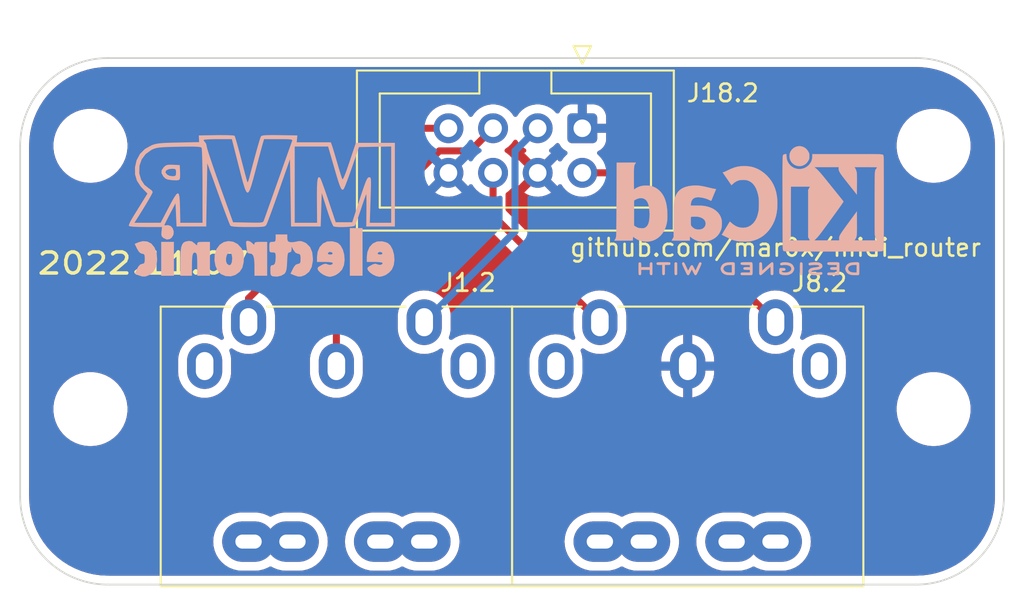
<source format=kicad_pcb>
(kicad_pcb (version 20211014) (generator pcbnew)
  (layers (0 "F.Cu" signal) (31 "B.Cu" signal) (34 "B.Paste" user) (35 "F.Paste" user) (36 "B.SilkS" user "B.Silkscreen") (37 "F.SilkS" user "F.Silkscreen") (38 "B.Mask" user) (39 "F.Mask" user) (44 "Edge.Cuts" user))
  (net 0 "")
  (net 1 "FRONT_IN_4")
  (net 3 "FRONT_IN_2")
  (net 5 "FRONT_IN_5")
  (net 6 "FRONT_OUT_4")
  (net 8 "GND")
  (net 10 "FRONT_OUT_5")
  (footprint "MountingHole:MountingHole_3.2mm_M3" (layer "F.Cu") (at 164 85)
    (fp_text reference "H2" hide)
    (fp_text value "MountingHole")
    (pad "" np_thru_hole circle (at 0 0) (size 3.2 3.2) (drill 3.2) (layers *.Cu *.Mask))
  )
  (footprint "lib:DIN5MIDI-OOTDTY" (layer "F.Cu") (at 157.5 97.55 180)
    (fp_text reference "J8.2" (at 0 4.75) (layer "F.SilkS"))
    (fp_text value "DIN-5_180degree")
    (pad "" thru_hole oval locked (at 12.5 -10 180) (size 3 2.3) (drill oval 1.5 0.8) (layers *.Cu *.Mask))
    (pad "" thru_hole oval locked (at 10 -10 180) (size 3 2.3) (drill oval 1.5 0.8) (layers *.Cu *.Mask))
    (pad "" thru_hole oval locked (at 2.5 -10 180) (size 3 2.3) (drill oval 1.5 0.8) (layers *.Cu *.Mask))
    (pad "" thru_hole oval locked (at 5 -10 180) (size 3 2.3) (drill oval 1.5 0.8) (layers *.Cu *.Mask))
    (pad "1" thru_hole oval locked (at 0 0 180) (size 2 2.6) (drill oval 1 1.6) (layers *.Cu *.Mask))
    (pad "2" thru_hole oval locked (at 7.5 0 180) (size 2 2.6) (drill oval 1 1.6) (layers *.Cu *.Mask) (net 8 "GND"))
    (pad "3" thru_hole oval locked (at 15 0 180) (size 2 2.6) (drill oval 1 1.6) (layers *.Cu *.Mask))
    (pad "4" thru_hole oval locked (at 2.5 2.5 180) (size 2 2.6) (drill oval 1 1.6) (layers *.Cu *.Mask) (net 6 "FRONT_OUT_4"))
    (pad "5" thru_hole oval locked (at 12.5 2.5 180) (size 2 2.6) (drill oval 1 1.6) (layers *.Cu *.Mask) (net 10 "FRONT_OUT_5"))
  )
  (footprint "Connector_IDC:IDC-Header_2x04_P2.54mm_Vertical" (layer "F.Cu") (at 144 84 -90)
    (fp_text reference "J18.2" (at -2 -8 180) (layer "F.SilkS"))
    (fp_text value "Conn_02x04_Odd_Even")
    (pad "1" thru_hole roundrect (at 0 0 270) (size 1.7 1.7) (drill 1) (layers *.Cu *.Mask) (roundrect_rratio 0.1470588235) (net 8 "GND"))
    (pad "2" thru_hole circle (at 2.54 0 270) (size 1.7 1.7) (drill 1) (layers *.Cu *.Mask) (net 6 "FRONT_OUT_4"))
    (pad "3" thru_hole circle (at 0 2.54 270) (size 1.7 1.7) (drill 1) (layers *.Cu *.Mask) (net 1 "FRONT_IN_4"))
    (pad "4" thru_hole circle (at 2.54 2.54 270) (size 1.7 1.7) (drill 1) (layers *.Cu *.Mask) (net 8 "GND"))
    (pad "5" thru_hole circle (at 0 5.08 270) (size 1.7 1.7) (drill 1) (layers *.Cu *.Mask) (net 3 "FRONT_IN_2"))
    (pad "6" thru_hole circle (at 2.54 5.08 270) (size 1.7 1.7) (drill 1) (layers *.Cu *.Mask) (net 10 "FRONT_OUT_5"))
    (pad "7" thru_hole circle (at 0 7.62 270) (size 1.7 1.7) (drill 1) (layers *.Cu *.Mask) (net 5 "FRONT_IN_5"))
    (pad "8" thru_hole circle (at 2.54 7.62 270) (size 1.7 1.7) (drill 1) (layers *.Cu *.Mask) (net 8 "GND"))
  )
  (footprint "MountingHole:MountingHole_3.2mm_M3" (layer "F.Cu") (at 116 100)
    (fp_text reference "H4" hide)
    (fp_text value "MountingHole")
    (pad "" np_thru_hole circle (at 0 0) (size 3.2 3.2) (drill 3.2) (layers *.Cu *.Mask))
  )
  (footprint "MountingHole:MountingHole_3.2mm_M3" (layer "F.Cu") (at 116 85)
    (fp_text reference "H1" hide)
    (fp_text value "MountingHole")
    (pad "" np_thru_hole circle (at 0 0) (size 3.2 3.2) (drill 3.2) (layers *.Cu *.Mask))
  )
  (footprint "lib:DIN5MIDI-OOTDTY" (layer "F.Cu") (at 137.5 97.55 180)
    (fp_text reference "J1.2" (at 0 4.75) (layer "F.SilkS"))
    (fp_text value "DIN-5_180degree")
    (pad "" thru_hole oval locked (at 10 -10 180) (size 3 2.3) (drill oval 1.5 0.8) (layers *.Cu *.Mask))
    (pad "" thru_hole oval locked (at 5 -10 180) (size 3 2.3) (drill oval 1.5 0.8) (layers *.Cu *.Mask))
    (pad "" thru_hole oval locked (at 2.5 -10 180) (size 3 2.3) (drill oval 1.5 0.8) (layers *.Cu *.Mask))
    (pad "" thru_hole oval locked (at 12.5 -10 180) (size 3 2.3) (drill oval 1.5 0.8) (layers *.Cu *.Mask))
    (pad "1" thru_hole oval locked (at 0 0 180) (size 2 2.6) (drill oval 1 1.6) (layers *.Cu *.Mask))
    (pad "2" thru_hole oval locked (at 7.5 0 180) (size 2 2.6) (drill oval 1 1.6) (layers *.Cu *.Mask) (net 3 "FRONT_IN_2"))
    (pad "3" thru_hole oval locked (at 15 0 180) (size 2 2.6) (drill oval 1 1.6) (layers *.Cu *.Mask))
    (pad "4" thru_hole oval locked (at 2.5 2.5 180) (size 2 2.6) (drill oval 1 1.6) (layers *.Cu *.Mask) (net 1 "FRONT_IN_4"))
    (pad "5" thru_hole oval locked (at 12.5 2.5 180) (size 2 2.6) (drill oval 1 1.6) (layers *.Cu *.Mask) (net 5 "FRONT_IN_5"))
  )
  (footprint "MountingHole:MountingHole_3.2mm_M3" (layer "F.Cu") (at 164 100)
    (fp_text reference "H3" hide)
    (fp_text value "MountingHole")
    (pad "" np_thru_hole circle (at 0 0) (size 3.2 3.2) (drill 3.2) (layers *.Cu *.Mask))
  )
  (footprint "lib:mvr-logo-16x10" (layer "B.Cu") (at 126 88.3 180)
    (fp_text reference "G***" hide)
    (fp_text value "LOGO" hide)
  )
  (footprint "Symbol:KiCad-Logo2_6mm_SilkScreen" (layer "B.Cu") (at 153.5 88 180)
    (fp_text reference "REF**" hide)
    (fp_text value "KiCad-Logo2_6mm_SilkScreen" hide)
  )
  (gr_arc (start 117 110) (mid 113.464466 108.535534) (end 112 105) (layer "Edge.Cuts") (width 0.1))
  (gr_line (start 168 85) (end 168 105) (layer "Edge.Cuts") (width 0.1))
  (gr_line (start 117 80) (end 163 80) (layer "Edge.Cuts") (width 0.1))
  (gr_arc (start 163 80) (mid 166.535534 81.464466) (end 168 85) (layer "Edge.Cuts") (width 0.1))
  (gr_arc (start 112 85) (mid 113.464466 81.464466) (end 117 80) (layer "Edge.Cuts") (width 0.1))
  (gr_arc (start 168 105) (mid 166.535534 108.535534) (end 163 110) (layer "Edge.Cuts") (width 0.1))
  (gr_line (start 112 105) (end 112 85) (layer "Edge.Cuts") (width 0.1))
  (gr_line (start 163 110) (end 117 110) (layer "Edge.Cuts") (width 0.1))
  (gr_text "github.com/mar0x/midi_router" (at 155 90.8) (layer "F.SilkS") (effects (font (size 1 1))))
  (gr_text "2022.11.07\n" (at 119 91.7) (layer "F.SilkS") (effects (font (size 1.2 1.4) (thickness 0.2))))
  (segment (start 140.169511 89.880489) (end 140.169511 85.290489) (width 0.4) (layer "B.Cu") (net 1))
  (segment (start 140.169511 85.290489) (end 141.46 84) (width 0.4) (layer "B.Cu") (net 1))
  (segment (start 135 95.05) (end 140.169511 89.880489) (width 0.4) (layer "B.Cu") (net 1))
  (segment (start 137.629511 85.290489) (end 138.92 84) (width 0.4) (layer "F.Cu") (net 3))
  (segment (start 135.862435 85.290489) (end 137.629511 85.290489) (width 0.4) (layer "F.Cu") (net 3))
  (segment (start 130 97.55) (end 130 91.152924) (width 0.4) (layer "F.Cu") (net 3))
  (segment (start 130 91.152924) (end 135.862435 85.290489) (width 0.4) (layer "F.Cu") (net 3))
  (segment (start 136.38 84) (end 134.69 84) (width 0.4) (layer "F.Cu") (net 5))
  (segment (start 134.69 84) (end 125 93.69) (width 0.4) (layer "F.Cu") (net 5))
  (segment (start 125 93.69) (end 125 95.05) (width 0.4) (layer "F.Cu") (net 5))
  (segment (start 144 86.54) (end 146.49 86.54) (width 0.4) (layer "F.Cu") (net 6))
  (segment (start 146.49 86.54) (end 155 95.05) (width 0.4) (layer "F.Cu") (net 6))
  (segment (start 138.92 88.97) (end 145 95.05) (width 0.4) (layer "F.Cu") (net 10))
  (segment (start 138.92 86.54) (end 138.92 88.97) (width 0.4) (layer "F.Cu") (net 10))
  (zone (net 8) (net_name "GND") (layers F&B.Cu) (connect_pads (clearance 0.508)) (min_thickness 0.254) (fill yes (thermal_gap 0.508) (thermal_bridge_width 0.508))
    (polygon (pts (xy 168 110) (xy 112 110) (xy 112 80) (xy 168 80)))
  )
)
</source>
